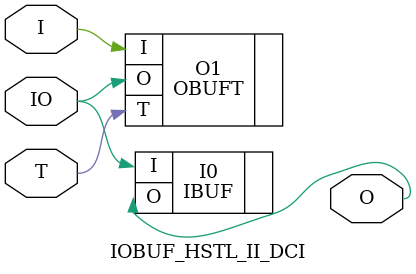
<source format=v>


`timescale  1 ps / 1 ps


module IOBUF_HSTL_II_DCI (O, IO, I, T);

    output O;

    inout  IO;

    input  I, T;

        OBUFT #(.IOSTANDARD("HSTL_II_DCI") ) O1 (.O(IO), .I(I), .T(T)); 
	IBUF #(.IOSTANDARD("HSTL_II_DCI"))  I0 (.O(O), .I(IO));
        

endmodule



</source>
